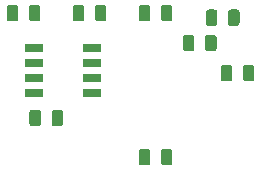
<source format=gbr>
G04 #@! TF.GenerationSoftware,KiCad,Pcbnew,5.1.5-52549c5~86~ubuntu16.04.1*
G04 #@! TF.CreationDate,2020-11-24T12:51:21+05:30*
G04 #@! TF.ProjectId,IR_Sensor_Module_555_V1.0,49525f53-656e-4736-9f72-5f4d6f64756c,V1.0*
G04 #@! TF.SameCoordinates,Original*
G04 #@! TF.FileFunction,Paste,Top*
G04 #@! TF.FilePolarity,Positive*
%FSLAX46Y46*%
G04 Gerber Fmt 4.6, Leading zero omitted, Abs format (unit mm)*
G04 Created by KiCad (PCBNEW 5.1.5-52549c5~86~ubuntu16.04.1) date 2020-11-24 12:51:21*
%MOMM*%
%LPD*%
G04 APERTURE LIST*
%ADD10R,1.600000X0.700000*%
%ADD11C,0.100000*%
G04 APERTURE END LIST*
D10*
X121337000Y-104521000D03*
X121337000Y-105791000D03*
X121337000Y-107061000D03*
X121337000Y-108331000D03*
X116407000Y-104521000D03*
X116407000Y-108331000D03*
X116407000Y-105791000D03*
X116407000Y-107061000D03*
D11*
G36*
X131682642Y-103441174D02*
G01*
X131706303Y-103444684D01*
X131729507Y-103450496D01*
X131752029Y-103458554D01*
X131773653Y-103468782D01*
X131794170Y-103481079D01*
X131813383Y-103495329D01*
X131831107Y-103511393D01*
X131847171Y-103529117D01*
X131861421Y-103548330D01*
X131873718Y-103568847D01*
X131883946Y-103590471D01*
X131892004Y-103612993D01*
X131897816Y-103636197D01*
X131901326Y-103659858D01*
X131902500Y-103683750D01*
X131902500Y-104596250D01*
X131901326Y-104620142D01*
X131897816Y-104643803D01*
X131892004Y-104667007D01*
X131883946Y-104689529D01*
X131873718Y-104711153D01*
X131861421Y-104731670D01*
X131847171Y-104750883D01*
X131831107Y-104768607D01*
X131813383Y-104784671D01*
X131794170Y-104798921D01*
X131773653Y-104811218D01*
X131752029Y-104821446D01*
X131729507Y-104829504D01*
X131706303Y-104835316D01*
X131682642Y-104838826D01*
X131658750Y-104840000D01*
X131171250Y-104840000D01*
X131147358Y-104838826D01*
X131123697Y-104835316D01*
X131100493Y-104829504D01*
X131077971Y-104821446D01*
X131056347Y-104811218D01*
X131035830Y-104798921D01*
X131016617Y-104784671D01*
X130998893Y-104768607D01*
X130982829Y-104750883D01*
X130968579Y-104731670D01*
X130956282Y-104711153D01*
X130946054Y-104689529D01*
X130937996Y-104667007D01*
X130932184Y-104643803D01*
X130928674Y-104620142D01*
X130927500Y-104596250D01*
X130927500Y-103683750D01*
X130928674Y-103659858D01*
X130932184Y-103636197D01*
X130937996Y-103612993D01*
X130946054Y-103590471D01*
X130956282Y-103568847D01*
X130968579Y-103548330D01*
X130982829Y-103529117D01*
X130998893Y-103511393D01*
X131016617Y-103495329D01*
X131035830Y-103481079D01*
X131056347Y-103468782D01*
X131077971Y-103458554D01*
X131100493Y-103450496D01*
X131123697Y-103444684D01*
X131147358Y-103441174D01*
X131171250Y-103440000D01*
X131658750Y-103440000D01*
X131682642Y-103441174D01*
G37*
G36*
X129807642Y-103441174D02*
G01*
X129831303Y-103444684D01*
X129854507Y-103450496D01*
X129877029Y-103458554D01*
X129898653Y-103468782D01*
X129919170Y-103481079D01*
X129938383Y-103495329D01*
X129956107Y-103511393D01*
X129972171Y-103529117D01*
X129986421Y-103548330D01*
X129998718Y-103568847D01*
X130008946Y-103590471D01*
X130017004Y-103612993D01*
X130022816Y-103636197D01*
X130026326Y-103659858D01*
X130027500Y-103683750D01*
X130027500Y-104596250D01*
X130026326Y-104620142D01*
X130022816Y-104643803D01*
X130017004Y-104667007D01*
X130008946Y-104689529D01*
X129998718Y-104711153D01*
X129986421Y-104731670D01*
X129972171Y-104750883D01*
X129956107Y-104768607D01*
X129938383Y-104784671D01*
X129919170Y-104798921D01*
X129898653Y-104811218D01*
X129877029Y-104821446D01*
X129854507Y-104829504D01*
X129831303Y-104835316D01*
X129807642Y-104838826D01*
X129783750Y-104840000D01*
X129296250Y-104840000D01*
X129272358Y-104838826D01*
X129248697Y-104835316D01*
X129225493Y-104829504D01*
X129202971Y-104821446D01*
X129181347Y-104811218D01*
X129160830Y-104798921D01*
X129141617Y-104784671D01*
X129123893Y-104768607D01*
X129107829Y-104750883D01*
X129093579Y-104731670D01*
X129081282Y-104711153D01*
X129071054Y-104689529D01*
X129062996Y-104667007D01*
X129057184Y-104643803D01*
X129053674Y-104620142D01*
X129052500Y-104596250D01*
X129052500Y-103683750D01*
X129053674Y-103659858D01*
X129057184Y-103636197D01*
X129062996Y-103612993D01*
X129071054Y-103590471D01*
X129081282Y-103568847D01*
X129093579Y-103548330D01*
X129107829Y-103529117D01*
X129123893Y-103511393D01*
X129141617Y-103495329D01*
X129160830Y-103481079D01*
X129181347Y-103468782D01*
X129202971Y-103458554D01*
X129225493Y-103450496D01*
X129248697Y-103444684D01*
X129272358Y-103441174D01*
X129296250Y-103440000D01*
X129783750Y-103440000D01*
X129807642Y-103441174D01*
G37*
G36*
X120488142Y-100901174D02*
G01*
X120511803Y-100904684D01*
X120535007Y-100910496D01*
X120557529Y-100918554D01*
X120579153Y-100928782D01*
X120599670Y-100941079D01*
X120618883Y-100955329D01*
X120636607Y-100971393D01*
X120652671Y-100989117D01*
X120666921Y-101008330D01*
X120679218Y-101028847D01*
X120689446Y-101050471D01*
X120697504Y-101072993D01*
X120703316Y-101096197D01*
X120706826Y-101119858D01*
X120708000Y-101143750D01*
X120708000Y-102056250D01*
X120706826Y-102080142D01*
X120703316Y-102103803D01*
X120697504Y-102127007D01*
X120689446Y-102149529D01*
X120679218Y-102171153D01*
X120666921Y-102191670D01*
X120652671Y-102210883D01*
X120636607Y-102228607D01*
X120618883Y-102244671D01*
X120599670Y-102258921D01*
X120579153Y-102271218D01*
X120557529Y-102281446D01*
X120535007Y-102289504D01*
X120511803Y-102295316D01*
X120488142Y-102298826D01*
X120464250Y-102300000D01*
X119976750Y-102300000D01*
X119952858Y-102298826D01*
X119929197Y-102295316D01*
X119905993Y-102289504D01*
X119883471Y-102281446D01*
X119861847Y-102271218D01*
X119841330Y-102258921D01*
X119822117Y-102244671D01*
X119804393Y-102228607D01*
X119788329Y-102210883D01*
X119774079Y-102191670D01*
X119761782Y-102171153D01*
X119751554Y-102149529D01*
X119743496Y-102127007D01*
X119737684Y-102103803D01*
X119734174Y-102080142D01*
X119733000Y-102056250D01*
X119733000Y-101143750D01*
X119734174Y-101119858D01*
X119737684Y-101096197D01*
X119743496Y-101072993D01*
X119751554Y-101050471D01*
X119761782Y-101028847D01*
X119774079Y-101008330D01*
X119788329Y-100989117D01*
X119804393Y-100971393D01*
X119822117Y-100955329D01*
X119841330Y-100941079D01*
X119861847Y-100928782D01*
X119883471Y-100918554D01*
X119905993Y-100910496D01*
X119929197Y-100904684D01*
X119952858Y-100901174D01*
X119976750Y-100900000D01*
X120464250Y-100900000D01*
X120488142Y-100901174D01*
G37*
G36*
X122363142Y-100901174D02*
G01*
X122386803Y-100904684D01*
X122410007Y-100910496D01*
X122432529Y-100918554D01*
X122454153Y-100928782D01*
X122474670Y-100941079D01*
X122493883Y-100955329D01*
X122511607Y-100971393D01*
X122527671Y-100989117D01*
X122541921Y-101008330D01*
X122554218Y-101028847D01*
X122564446Y-101050471D01*
X122572504Y-101072993D01*
X122578316Y-101096197D01*
X122581826Y-101119858D01*
X122583000Y-101143750D01*
X122583000Y-102056250D01*
X122581826Y-102080142D01*
X122578316Y-102103803D01*
X122572504Y-102127007D01*
X122564446Y-102149529D01*
X122554218Y-102171153D01*
X122541921Y-102191670D01*
X122527671Y-102210883D01*
X122511607Y-102228607D01*
X122493883Y-102244671D01*
X122474670Y-102258921D01*
X122454153Y-102271218D01*
X122432529Y-102281446D01*
X122410007Y-102289504D01*
X122386803Y-102295316D01*
X122363142Y-102298826D01*
X122339250Y-102300000D01*
X121851750Y-102300000D01*
X121827858Y-102298826D01*
X121804197Y-102295316D01*
X121780993Y-102289504D01*
X121758471Y-102281446D01*
X121736847Y-102271218D01*
X121716330Y-102258921D01*
X121697117Y-102244671D01*
X121679393Y-102228607D01*
X121663329Y-102210883D01*
X121649079Y-102191670D01*
X121636782Y-102171153D01*
X121626554Y-102149529D01*
X121618496Y-102127007D01*
X121612684Y-102103803D01*
X121609174Y-102080142D01*
X121608000Y-102056250D01*
X121608000Y-101143750D01*
X121609174Y-101119858D01*
X121612684Y-101096197D01*
X121618496Y-101072993D01*
X121626554Y-101050471D01*
X121636782Y-101028847D01*
X121649079Y-101008330D01*
X121663329Y-100989117D01*
X121679393Y-100971393D01*
X121697117Y-100955329D01*
X121716330Y-100941079D01*
X121736847Y-100928782D01*
X121758471Y-100918554D01*
X121780993Y-100910496D01*
X121804197Y-100904684D01*
X121827858Y-100901174D01*
X121851750Y-100900000D01*
X122339250Y-100900000D01*
X122363142Y-100901174D01*
G37*
G36*
X134887642Y-105981174D02*
G01*
X134911303Y-105984684D01*
X134934507Y-105990496D01*
X134957029Y-105998554D01*
X134978653Y-106008782D01*
X134999170Y-106021079D01*
X135018383Y-106035329D01*
X135036107Y-106051393D01*
X135052171Y-106069117D01*
X135066421Y-106088330D01*
X135078718Y-106108847D01*
X135088946Y-106130471D01*
X135097004Y-106152993D01*
X135102816Y-106176197D01*
X135106326Y-106199858D01*
X135107500Y-106223750D01*
X135107500Y-107136250D01*
X135106326Y-107160142D01*
X135102816Y-107183803D01*
X135097004Y-107207007D01*
X135088946Y-107229529D01*
X135078718Y-107251153D01*
X135066421Y-107271670D01*
X135052171Y-107290883D01*
X135036107Y-107308607D01*
X135018383Y-107324671D01*
X134999170Y-107338921D01*
X134978653Y-107351218D01*
X134957029Y-107361446D01*
X134934507Y-107369504D01*
X134911303Y-107375316D01*
X134887642Y-107378826D01*
X134863750Y-107380000D01*
X134376250Y-107380000D01*
X134352358Y-107378826D01*
X134328697Y-107375316D01*
X134305493Y-107369504D01*
X134282971Y-107361446D01*
X134261347Y-107351218D01*
X134240830Y-107338921D01*
X134221617Y-107324671D01*
X134203893Y-107308607D01*
X134187829Y-107290883D01*
X134173579Y-107271670D01*
X134161282Y-107251153D01*
X134151054Y-107229529D01*
X134142996Y-107207007D01*
X134137184Y-107183803D01*
X134133674Y-107160142D01*
X134132500Y-107136250D01*
X134132500Y-106223750D01*
X134133674Y-106199858D01*
X134137184Y-106176197D01*
X134142996Y-106152993D01*
X134151054Y-106130471D01*
X134161282Y-106108847D01*
X134173579Y-106088330D01*
X134187829Y-106069117D01*
X134203893Y-106051393D01*
X134221617Y-106035329D01*
X134240830Y-106021079D01*
X134261347Y-106008782D01*
X134282971Y-105998554D01*
X134305493Y-105990496D01*
X134328697Y-105984684D01*
X134352358Y-105981174D01*
X134376250Y-105980000D01*
X134863750Y-105980000D01*
X134887642Y-105981174D01*
G37*
G36*
X133012642Y-105981174D02*
G01*
X133036303Y-105984684D01*
X133059507Y-105990496D01*
X133082029Y-105998554D01*
X133103653Y-106008782D01*
X133124170Y-106021079D01*
X133143383Y-106035329D01*
X133161107Y-106051393D01*
X133177171Y-106069117D01*
X133191421Y-106088330D01*
X133203718Y-106108847D01*
X133213946Y-106130471D01*
X133222004Y-106152993D01*
X133227816Y-106176197D01*
X133231326Y-106199858D01*
X133232500Y-106223750D01*
X133232500Y-107136250D01*
X133231326Y-107160142D01*
X133227816Y-107183803D01*
X133222004Y-107207007D01*
X133213946Y-107229529D01*
X133203718Y-107251153D01*
X133191421Y-107271670D01*
X133177171Y-107290883D01*
X133161107Y-107308607D01*
X133143383Y-107324671D01*
X133124170Y-107338921D01*
X133103653Y-107351218D01*
X133082029Y-107361446D01*
X133059507Y-107369504D01*
X133036303Y-107375316D01*
X133012642Y-107378826D01*
X132988750Y-107380000D01*
X132501250Y-107380000D01*
X132477358Y-107378826D01*
X132453697Y-107375316D01*
X132430493Y-107369504D01*
X132407971Y-107361446D01*
X132386347Y-107351218D01*
X132365830Y-107338921D01*
X132346617Y-107324671D01*
X132328893Y-107308607D01*
X132312829Y-107290883D01*
X132298579Y-107271670D01*
X132286282Y-107251153D01*
X132276054Y-107229529D01*
X132267996Y-107207007D01*
X132262184Y-107183803D01*
X132258674Y-107160142D01*
X132257500Y-107136250D01*
X132257500Y-106223750D01*
X132258674Y-106199858D01*
X132262184Y-106176197D01*
X132267996Y-106152993D01*
X132276054Y-106130471D01*
X132286282Y-106108847D01*
X132298579Y-106088330D01*
X132312829Y-106069117D01*
X132328893Y-106051393D01*
X132346617Y-106035329D01*
X132365830Y-106021079D01*
X132386347Y-106008782D01*
X132407971Y-105998554D01*
X132430493Y-105990496D01*
X132453697Y-105984684D01*
X132477358Y-105981174D01*
X132501250Y-105980000D01*
X132988750Y-105980000D01*
X133012642Y-105981174D01*
G37*
G36*
X118685877Y-109791174D02*
G01*
X118709538Y-109794684D01*
X118732742Y-109800496D01*
X118755264Y-109808554D01*
X118776888Y-109818782D01*
X118797405Y-109831079D01*
X118816618Y-109845329D01*
X118834342Y-109861393D01*
X118850406Y-109879117D01*
X118864656Y-109898330D01*
X118876953Y-109918847D01*
X118887181Y-109940471D01*
X118895239Y-109962993D01*
X118901051Y-109986197D01*
X118904561Y-110009858D01*
X118905735Y-110033750D01*
X118905735Y-110946250D01*
X118904561Y-110970142D01*
X118901051Y-110993803D01*
X118895239Y-111017007D01*
X118887181Y-111039529D01*
X118876953Y-111061153D01*
X118864656Y-111081670D01*
X118850406Y-111100883D01*
X118834342Y-111118607D01*
X118816618Y-111134671D01*
X118797405Y-111148921D01*
X118776888Y-111161218D01*
X118755264Y-111171446D01*
X118732742Y-111179504D01*
X118709538Y-111185316D01*
X118685877Y-111188826D01*
X118661985Y-111190000D01*
X118174485Y-111190000D01*
X118150593Y-111188826D01*
X118126932Y-111185316D01*
X118103728Y-111179504D01*
X118081206Y-111171446D01*
X118059582Y-111161218D01*
X118039065Y-111148921D01*
X118019852Y-111134671D01*
X118002128Y-111118607D01*
X117986064Y-111100883D01*
X117971814Y-111081670D01*
X117959517Y-111061153D01*
X117949289Y-111039529D01*
X117941231Y-111017007D01*
X117935419Y-110993803D01*
X117931909Y-110970142D01*
X117930735Y-110946250D01*
X117930735Y-110033750D01*
X117931909Y-110009858D01*
X117935419Y-109986197D01*
X117941231Y-109962993D01*
X117949289Y-109940471D01*
X117959517Y-109918847D01*
X117971814Y-109898330D01*
X117986064Y-109879117D01*
X118002128Y-109861393D01*
X118019852Y-109845329D01*
X118039065Y-109831079D01*
X118059582Y-109818782D01*
X118081206Y-109808554D01*
X118103728Y-109800496D01*
X118126932Y-109794684D01*
X118150593Y-109791174D01*
X118174485Y-109790000D01*
X118661985Y-109790000D01*
X118685877Y-109791174D01*
G37*
G36*
X116810877Y-109791174D02*
G01*
X116834538Y-109794684D01*
X116857742Y-109800496D01*
X116880264Y-109808554D01*
X116901888Y-109818782D01*
X116922405Y-109831079D01*
X116941618Y-109845329D01*
X116959342Y-109861393D01*
X116975406Y-109879117D01*
X116989656Y-109898330D01*
X117001953Y-109918847D01*
X117012181Y-109940471D01*
X117020239Y-109962993D01*
X117026051Y-109986197D01*
X117029561Y-110009858D01*
X117030735Y-110033750D01*
X117030735Y-110946250D01*
X117029561Y-110970142D01*
X117026051Y-110993803D01*
X117020239Y-111017007D01*
X117012181Y-111039529D01*
X117001953Y-111061153D01*
X116989656Y-111081670D01*
X116975406Y-111100883D01*
X116959342Y-111118607D01*
X116941618Y-111134671D01*
X116922405Y-111148921D01*
X116901888Y-111161218D01*
X116880264Y-111171446D01*
X116857742Y-111179504D01*
X116834538Y-111185316D01*
X116810877Y-111188826D01*
X116786985Y-111190000D01*
X116299485Y-111190000D01*
X116275593Y-111188826D01*
X116251932Y-111185316D01*
X116228728Y-111179504D01*
X116206206Y-111171446D01*
X116184582Y-111161218D01*
X116164065Y-111148921D01*
X116144852Y-111134671D01*
X116127128Y-111118607D01*
X116111064Y-111100883D01*
X116096814Y-111081670D01*
X116084517Y-111061153D01*
X116074289Y-111039529D01*
X116066231Y-111017007D01*
X116060419Y-110993803D01*
X116056909Y-110970142D01*
X116055735Y-110946250D01*
X116055735Y-110033750D01*
X116056909Y-110009858D01*
X116060419Y-109986197D01*
X116066231Y-109962993D01*
X116074289Y-109940471D01*
X116084517Y-109918847D01*
X116096814Y-109898330D01*
X116111064Y-109879117D01*
X116127128Y-109861393D01*
X116144852Y-109845329D01*
X116164065Y-109831079D01*
X116184582Y-109818782D01*
X116206206Y-109808554D01*
X116228728Y-109800496D01*
X116251932Y-109794684D01*
X116275593Y-109791174D01*
X116299485Y-109790000D01*
X116786985Y-109790000D01*
X116810877Y-109791174D01*
G37*
G36*
X127951142Y-100908054D02*
G01*
X127974803Y-100911564D01*
X127998007Y-100917376D01*
X128020529Y-100925434D01*
X128042153Y-100935662D01*
X128062670Y-100947959D01*
X128081883Y-100962209D01*
X128099607Y-100978273D01*
X128115671Y-100995997D01*
X128129921Y-101015210D01*
X128142218Y-101035727D01*
X128152446Y-101057351D01*
X128160504Y-101079873D01*
X128166316Y-101103077D01*
X128169826Y-101126738D01*
X128171000Y-101150630D01*
X128171000Y-102063130D01*
X128169826Y-102087022D01*
X128166316Y-102110683D01*
X128160504Y-102133887D01*
X128152446Y-102156409D01*
X128142218Y-102178033D01*
X128129921Y-102198550D01*
X128115671Y-102217763D01*
X128099607Y-102235487D01*
X128081883Y-102251551D01*
X128062670Y-102265801D01*
X128042153Y-102278098D01*
X128020529Y-102288326D01*
X127998007Y-102296384D01*
X127974803Y-102302196D01*
X127951142Y-102305706D01*
X127927250Y-102306880D01*
X127439750Y-102306880D01*
X127415858Y-102305706D01*
X127392197Y-102302196D01*
X127368993Y-102296384D01*
X127346471Y-102288326D01*
X127324847Y-102278098D01*
X127304330Y-102265801D01*
X127285117Y-102251551D01*
X127267393Y-102235487D01*
X127251329Y-102217763D01*
X127237079Y-102198550D01*
X127224782Y-102178033D01*
X127214554Y-102156409D01*
X127206496Y-102133887D01*
X127200684Y-102110683D01*
X127197174Y-102087022D01*
X127196000Y-102063130D01*
X127196000Y-101150630D01*
X127197174Y-101126738D01*
X127200684Y-101103077D01*
X127206496Y-101079873D01*
X127214554Y-101057351D01*
X127224782Y-101035727D01*
X127237079Y-101015210D01*
X127251329Y-100995997D01*
X127267393Y-100978273D01*
X127285117Y-100962209D01*
X127304330Y-100947959D01*
X127324847Y-100935662D01*
X127346471Y-100925434D01*
X127368993Y-100917376D01*
X127392197Y-100911564D01*
X127415858Y-100908054D01*
X127439750Y-100906880D01*
X127927250Y-100906880D01*
X127951142Y-100908054D01*
G37*
G36*
X126076142Y-100908054D02*
G01*
X126099803Y-100911564D01*
X126123007Y-100917376D01*
X126145529Y-100925434D01*
X126167153Y-100935662D01*
X126187670Y-100947959D01*
X126206883Y-100962209D01*
X126224607Y-100978273D01*
X126240671Y-100995997D01*
X126254921Y-101015210D01*
X126267218Y-101035727D01*
X126277446Y-101057351D01*
X126285504Y-101079873D01*
X126291316Y-101103077D01*
X126294826Y-101126738D01*
X126296000Y-101150630D01*
X126296000Y-102063130D01*
X126294826Y-102087022D01*
X126291316Y-102110683D01*
X126285504Y-102133887D01*
X126277446Y-102156409D01*
X126267218Y-102178033D01*
X126254921Y-102198550D01*
X126240671Y-102217763D01*
X126224607Y-102235487D01*
X126206883Y-102251551D01*
X126187670Y-102265801D01*
X126167153Y-102278098D01*
X126145529Y-102288326D01*
X126123007Y-102296384D01*
X126099803Y-102302196D01*
X126076142Y-102305706D01*
X126052250Y-102306880D01*
X125564750Y-102306880D01*
X125540858Y-102305706D01*
X125517197Y-102302196D01*
X125493993Y-102296384D01*
X125471471Y-102288326D01*
X125449847Y-102278098D01*
X125429330Y-102265801D01*
X125410117Y-102251551D01*
X125392393Y-102235487D01*
X125376329Y-102217763D01*
X125362079Y-102198550D01*
X125349782Y-102178033D01*
X125339554Y-102156409D01*
X125331496Y-102133887D01*
X125325684Y-102110683D01*
X125322174Y-102087022D01*
X125321000Y-102063130D01*
X125321000Y-101150630D01*
X125322174Y-101126738D01*
X125325684Y-101103077D01*
X125331496Y-101079873D01*
X125339554Y-101057351D01*
X125349782Y-101035727D01*
X125362079Y-101015210D01*
X125376329Y-100995997D01*
X125392393Y-100978273D01*
X125410117Y-100962209D01*
X125429330Y-100947959D01*
X125449847Y-100935662D01*
X125471471Y-100925434D01*
X125493993Y-100917376D01*
X125517197Y-100911564D01*
X125540858Y-100908054D01*
X125564750Y-100906880D01*
X126052250Y-100906880D01*
X126076142Y-100908054D01*
G37*
G36*
X126076142Y-113093174D02*
G01*
X126099803Y-113096684D01*
X126123007Y-113102496D01*
X126145529Y-113110554D01*
X126167153Y-113120782D01*
X126187670Y-113133079D01*
X126206883Y-113147329D01*
X126224607Y-113163393D01*
X126240671Y-113181117D01*
X126254921Y-113200330D01*
X126267218Y-113220847D01*
X126277446Y-113242471D01*
X126285504Y-113264993D01*
X126291316Y-113288197D01*
X126294826Y-113311858D01*
X126296000Y-113335750D01*
X126296000Y-114248250D01*
X126294826Y-114272142D01*
X126291316Y-114295803D01*
X126285504Y-114319007D01*
X126277446Y-114341529D01*
X126267218Y-114363153D01*
X126254921Y-114383670D01*
X126240671Y-114402883D01*
X126224607Y-114420607D01*
X126206883Y-114436671D01*
X126187670Y-114450921D01*
X126167153Y-114463218D01*
X126145529Y-114473446D01*
X126123007Y-114481504D01*
X126099803Y-114487316D01*
X126076142Y-114490826D01*
X126052250Y-114492000D01*
X125564750Y-114492000D01*
X125540858Y-114490826D01*
X125517197Y-114487316D01*
X125493993Y-114481504D01*
X125471471Y-114473446D01*
X125449847Y-114463218D01*
X125429330Y-114450921D01*
X125410117Y-114436671D01*
X125392393Y-114420607D01*
X125376329Y-114402883D01*
X125362079Y-114383670D01*
X125349782Y-114363153D01*
X125339554Y-114341529D01*
X125331496Y-114319007D01*
X125325684Y-114295803D01*
X125322174Y-114272142D01*
X125321000Y-114248250D01*
X125321000Y-113335750D01*
X125322174Y-113311858D01*
X125325684Y-113288197D01*
X125331496Y-113264993D01*
X125339554Y-113242471D01*
X125349782Y-113220847D01*
X125362079Y-113200330D01*
X125376329Y-113181117D01*
X125392393Y-113163393D01*
X125410117Y-113147329D01*
X125429330Y-113133079D01*
X125449847Y-113120782D01*
X125471471Y-113110554D01*
X125493993Y-113102496D01*
X125517197Y-113096684D01*
X125540858Y-113093174D01*
X125564750Y-113092000D01*
X126052250Y-113092000D01*
X126076142Y-113093174D01*
G37*
G36*
X127951142Y-113093174D02*
G01*
X127974803Y-113096684D01*
X127998007Y-113102496D01*
X128020529Y-113110554D01*
X128042153Y-113120782D01*
X128062670Y-113133079D01*
X128081883Y-113147329D01*
X128099607Y-113163393D01*
X128115671Y-113181117D01*
X128129921Y-113200330D01*
X128142218Y-113220847D01*
X128152446Y-113242471D01*
X128160504Y-113264993D01*
X128166316Y-113288197D01*
X128169826Y-113311858D01*
X128171000Y-113335750D01*
X128171000Y-114248250D01*
X128169826Y-114272142D01*
X128166316Y-114295803D01*
X128160504Y-114319007D01*
X128152446Y-114341529D01*
X128142218Y-114363153D01*
X128129921Y-114383670D01*
X128115671Y-114402883D01*
X128099607Y-114420607D01*
X128081883Y-114436671D01*
X128062670Y-114450921D01*
X128042153Y-114463218D01*
X128020529Y-114473446D01*
X127998007Y-114481504D01*
X127974803Y-114487316D01*
X127951142Y-114490826D01*
X127927250Y-114492000D01*
X127439750Y-114492000D01*
X127415858Y-114490826D01*
X127392197Y-114487316D01*
X127368993Y-114481504D01*
X127346471Y-114473446D01*
X127324847Y-114463218D01*
X127304330Y-114450921D01*
X127285117Y-114436671D01*
X127267393Y-114420607D01*
X127251329Y-114402883D01*
X127237079Y-114383670D01*
X127224782Y-114363153D01*
X127214554Y-114341529D01*
X127206496Y-114319007D01*
X127200684Y-114295803D01*
X127197174Y-114272142D01*
X127196000Y-114248250D01*
X127196000Y-113335750D01*
X127197174Y-113311858D01*
X127200684Y-113288197D01*
X127206496Y-113264993D01*
X127214554Y-113242471D01*
X127224782Y-113220847D01*
X127237079Y-113200330D01*
X127251329Y-113181117D01*
X127267393Y-113163393D01*
X127285117Y-113147329D01*
X127304330Y-113133079D01*
X127324847Y-113120782D01*
X127346471Y-113110554D01*
X127368993Y-113102496D01*
X127392197Y-113096684D01*
X127415858Y-113093174D01*
X127439750Y-113092000D01*
X127927250Y-113092000D01*
X127951142Y-113093174D01*
G37*
G36*
X131750898Y-101296340D02*
G01*
X131774559Y-101299850D01*
X131797763Y-101305662D01*
X131820285Y-101313720D01*
X131841909Y-101323948D01*
X131862426Y-101336245D01*
X131881639Y-101350495D01*
X131899363Y-101366559D01*
X131915427Y-101384283D01*
X131929677Y-101403496D01*
X131941974Y-101424013D01*
X131952202Y-101445637D01*
X131960260Y-101468159D01*
X131966072Y-101491363D01*
X131969582Y-101515024D01*
X131970756Y-101538916D01*
X131970756Y-102451416D01*
X131969582Y-102475308D01*
X131966072Y-102498969D01*
X131960260Y-102522173D01*
X131952202Y-102544695D01*
X131941974Y-102566319D01*
X131929677Y-102586836D01*
X131915427Y-102606049D01*
X131899363Y-102623773D01*
X131881639Y-102639837D01*
X131862426Y-102654087D01*
X131841909Y-102666384D01*
X131820285Y-102676612D01*
X131797763Y-102684670D01*
X131774559Y-102690482D01*
X131750898Y-102693992D01*
X131727006Y-102695166D01*
X131239506Y-102695166D01*
X131215614Y-102693992D01*
X131191953Y-102690482D01*
X131168749Y-102684670D01*
X131146227Y-102676612D01*
X131124603Y-102666384D01*
X131104086Y-102654087D01*
X131084873Y-102639837D01*
X131067149Y-102623773D01*
X131051085Y-102606049D01*
X131036835Y-102586836D01*
X131024538Y-102566319D01*
X131014310Y-102544695D01*
X131006252Y-102522173D01*
X131000440Y-102498969D01*
X130996930Y-102475308D01*
X130995756Y-102451416D01*
X130995756Y-101538916D01*
X130996930Y-101515024D01*
X131000440Y-101491363D01*
X131006252Y-101468159D01*
X131014310Y-101445637D01*
X131024538Y-101424013D01*
X131036835Y-101403496D01*
X131051085Y-101384283D01*
X131067149Y-101366559D01*
X131084873Y-101350495D01*
X131104086Y-101336245D01*
X131124603Y-101323948D01*
X131146227Y-101313720D01*
X131168749Y-101305662D01*
X131191953Y-101299850D01*
X131215614Y-101296340D01*
X131239506Y-101295166D01*
X131727006Y-101295166D01*
X131750898Y-101296340D01*
G37*
G36*
X133625898Y-101296340D02*
G01*
X133649559Y-101299850D01*
X133672763Y-101305662D01*
X133695285Y-101313720D01*
X133716909Y-101323948D01*
X133737426Y-101336245D01*
X133756639Y-101350495D01*
X133774363Y-101366559D01*
X133790427Y-101384283D01*
X133804677Y-101403496D01*
X133816974Y-101424013D01*
X133827202Y-101445637D01*
X133835260Y-101468159D01*
X133841072Y-101491363D01*
X133844582Y-101515024D01*
X133845756Y-101538916D01*
X133845756Y-102451416D01*
X133844582Y-102475308D01*
X133841072Y-102498969D01*
X133835260Y-102522173D01*
X133827202Y-102544695D01*
X133816974Y-102566319D01*
X133804677Y-102586836D01*
X133790427Y-102606049D01*
X133774363Y-102623773D01*
X133756639Y-102639837D01*
X133737426Y-102654087D01*
X133716909Y-102666384D01*
X133695285Y-102676612D01*
X133672763Y-102684670D01*
X133649559Y-102690482D01*
X133625898Y-102693992D01*
X133602006Y-102695166D01*
X133114506Y-102695166D01*
X133090614Y-102693992D01*
X133066953Y-102690482D01*
X133043749Y-102684670D01*
X133021227Y-102676612D01*
X132999603Y-102666384D01*
X132979086Y-102654087D01*
X132959873Y-102639837D01*
X132942149Y-102623773D01*
X132926085Y-102606049D01*
X132911835Y-102586836D01*
X132899538Y-102566319D01*
X132889310Y-102544695D01*
X132881252Y-102522173D01*
X132875440Y-102498969D01*
X132871930Y-102475308D01*
X132870756Y-102451416D01*
X132870756Y-101538916D01*
X132871930Y-101515024D01*
X132875440Y-101491363D01*
X132881252Y-101468159D01*
X132889310Y-101445637D01*
X132899538Y-101424013D01*
X132911835Y-101403496D01*
X132926085Y-101384283D01*
X132942149Y-101366559D01*
X132959873Y-101350495D01*
X132979086Y-101336245D01*
X132999603Y-101323948D01*
X133021227Y-101313720D01*
X133043749Y-101305662D01*
X133066953Y-101299850D01*
X133090614Y-101296340D01*
X133114506Y-101295166D01*
X133602006Y-101295166D01*
X133625898Y-101296340D01*
G37*
G36*
X116775142Y-100901174D02*
G01*
X116798803Y-100904684D01*
X116822007Y-100910496D01*
X116844529Y-100918554D01*
X116866153Y-100928782D01*
X116886670Y-100941079D01*
X116905883Y-100955329D01*
X116923607Y-100971393D01*
X116939671Y-100989117D01*
X116953921Y-101008330D01*
X116966218Y-101028847D01*
X116976446Y-101050471D01*
X116984504Y-101072993D01*
X116990316Y-101096197D01*
X116993826Y-101119858D01*
X116995000Y-101143750D01*
X116995000Y-102056250D01*
X116993826Y-102080142D01*
X116990316Y-102103803D01*
X116984504Y-102127007D01*
X116976446Y-102149529D01*
X116966218Y-102171153D01*
X116953921Y-102191670D01*
X116939671Y-102210883D01*
X116923607Y-102228607D01*
X116905883Y-102244671D01*
X116886670Y-102258921D01*
X116866153Y-102271218D01*
X116844529Y-102281446D01*
X116822007Y-102289504D01*
X116798803Y-102295316D01*
X116775142Y-102298826D01*
X116751250Y-102300000D01*
X116263750Y-102300000D01*
X116239858Y-102298826D01*
X116216197Y-102295316D01*
X116192993Y-102289504D01*
X116170471Y-102281446D01*
X116148847Y-102271218D01*
X116128330Y-102258921D01*
X116109117Y-102244671D01*
X116091393Y-102228607D01*
X116075329Y-102210883D01*
X116061079Y-102191670D01*
X116048782Y-102171153D01*
X116038554Y-102149529D01*
X116030496Y-102127007D01*
X116024684Y-102103803D01*
X116021174Y-102080142D01*
X116020000Y-102056250D01*
X116020000Y-101143750D01*
X116021174Y-101119858D01*
X116024684Y-101096197D01*
X116030496Y-101072993D01*
X116038554Y-101050471D01*
X116048782Y-101028847D01*
X116061079Y-101008330D01*
X116075329Y-100989117D01*
X116091393Y-100971393D01*
X116109117Y-100955329D01*
X116128330Y-100941079D01*
X116148847Y-100928782D01*
X116170471Y-100918554D01*
X116192993Y-100910496D01*
X116216197Y-100904684D01*
X116239858Y-100901174D01*
X116263750Y-100900000D01*
X116751250Y-100900000D01*
X116775142Y-100901174D01*
G37*
G36*
X114900142Y-100901174D02*
G01*
X114923803Y-100904684D01*
X114947007Y-100910496D01*
X114969529Y-100918554D01*
X114991153Y-100928782D01*
X115011670Y-100941079D01*
X115030883Y-100955329D01*
X115048607Y-100971393D01*
X115064671Y-100989117D01*
X115078921Y-101008330D01*
X115091218Y-101028847D01*
X115101446Y-101050471D01*
X115109504Y-101072993D01*
X115115316Y-101096197D01*
X115118826Y-101119858D01*
X115120000Y-101143750D01*
X115120000Y-102056250D01*
X115118826Y-102080142D01*
X115115316Y-102103803D01*
X115109504Y-102127007D01*
X115101446Y-102149529D01*
X115091218Y-102171153D01*
X115078921Y-102191670D01*
X115064671Y-102210883D01*
X115048607Y-102228607D01*
X115030883Y-102244671D01*
X115011670Y-102258921D01*
X114991153Y-102271218D01*
X114969529Y-102281446D01*
X114947007Y-102289504D01*
X114923803Y-102295316D01*
X114900142Y-102298826D01*
X114876250Y-102300000D01*
X114388750Y-102300000D01*
X114364858Y-102298826D01*
X114341197Y-102295316D01*
X114317993Y-102289504D01*
X114295471Y-102281446D01*
X114273847Y-102271218D01*
X114253330Y-102258921D01*
X114234117Y-102244671D01*
X114216393Y-102228607D01*
X114200329Y-102210883D01*
X114186079Y-102191670D01*
X114173782Y-102171153D01*
X114163554Y-102149529D01*
X114155496Y-102127007D01*
X114149684Y-102103803D01*
X114146174Y-102080142D01*
X114145000Y-102056250D01*
X114145000Y-101143750D01*
X114146174Y-101119858D01*
X114149684Y-101096197D01*
X114155496Y-101072993D01*
X114163554Y-101050471D01*
X114173782Y-101028847D01*
X114186079Y-101008330D01*
X114200329Y-100989117D01*
X114216393Y-100971393D01*
X114234117Y-100955329D01*
X114253330Y-100941079D01*
X114273847Y-100928782D01*
X114295471Y-100918554D01*
X114317993Y-100910496D01*
X114341197Y-100904684D01*
X114364858Y-100901174D01*
X114388750Y-100900000D01*
X114876250Y-100900000D01*
X114900142Y-100901174D01*
G37*
M02*

</source>
